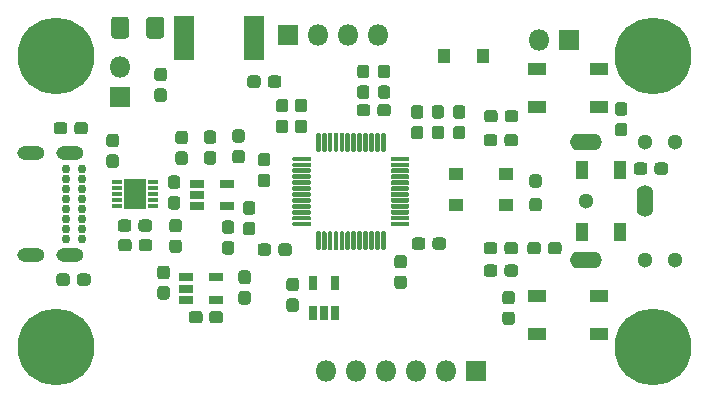
<source format=gts>
G04 #@! TF.GenerationSoftware,KiCad,Pcbnew,(5.1.6-0-10_14)*
G04 #@! TF.CreationDate,2021-10-17T11:27:40-07:00*
G04 #@! TF.ProjectId,TimTime,54696d54-696d-4652-9e6b-696361645f70,rev?*
G04 #@! TF.SameCoordinates,Original*
G04 #@! TF.FileFunction,Soldermask,Top*
G04 #@! TF.FilePolarity,Negative*
%FSLAX46Y46*%
G04 Gerber Fmt 4.6, Leading zero omitted, Abs format (unit mm)*
G04 Created by KiCad (PCBNEW (5.1.6-0-10_14)) date 2021-10-17 11:27:40*
%MOMM*%
%LPD*%
G01*
G04 APERTURE LIST*
%ADD10R,1.800000X3.800000*%
%ADD11O,1.408000X2.716000*%
%ADD12O,2.716000X1.408000*%
%ADD13C,1.300000*%
%ADD14R,1.000000X1.300000*%
%ADD15R,0.900000X0.400000*%
%ADD16R,1.850000X2.580000*%
%ADD17R,1.150000X0.650000*%
%ADD18C,0.750000*%
%ADD19O,2.316000X1.208000*%
%ADD20R,1.800000X1.800000*%
%ADD21O,1.800000X1.800000*%
%ADD22R,1.650000X1.100000*%
%ADD23R,0.690000X1.310000*%
%ADD24R,1.300000X1.100000*%
%ADD25R,1.100000X1.650000*%
%ADD26C,6.500000*%
%ADD27C,0.900000*%
G04 APERTURE END LIST*
D10*
G04 #@! TO.C,S3*
X130937000Y-91440000D03*
X125037000Y-91440000D03*
G04 #@! TD*
D11*
G04 #@! TO.C,J2*
X164084000Y-105203000D03*
D12*
X159084000Y-110203000D03*
X159084000Y-100203000D03*
D13*
X166584000Y-100203000D03*
X164084000Y-100203000D03*
X159084000Y-105203000D03*
X166584000Y-110203000D03*
X164084000Y-110203000D03*
G04 #@! TD*
D14*
G04 #@! TO.C,D2*
X147067000Y-92964000D03*
X150368000Y-92964000D03*
G04 #@! TD*
G04 #@! TO.C,C1*
G36*
G01*
X155075500Y-104108000D02*
X154550500Y-104108000D01*
G75*
G02*
X154288000Y-103845500I0J262500D01*
G01*
X154288000Y-103220500D01*
G75*
G02*
X154550500Y-102958000I262500J0D01*
G01*
X155075500Y-102958000D01*
G75*
G02*
X155338000Y-103220500I0J-262500D01*
G01*
X155338000Y-103845500D01*
G75*
G02*
X155075500Y-104108000I-262500J0D01*
G01*
G37*
G36*
G01*
X155075500Y-106112000D02*
X154550500Y-106112000D01*
G75*
G02*
X154288000Y-105849500I0J262500D01*
G01*
X154288000Y-105224500D01*
G75*
G02*
X154550500Y-104962000I262500J0D01*
G01*
X155075500Y-104962000D01*
G75*
G02*
X155338000Y-105224500I0J-262500D01*
G01*
X155338000Y-105849500D01*
G75*
G02*
X155075500Y-106112000I-262500J0D01*
G01*
G37*
G04 #@! TD*
G04 #@! TO.C,C3*
G36*
G01*
X153328000Y-99813500D02*
X153328000Y-100338500D01*
G75*
G02*
X153065500Y-100601000I-262500J0D01*
G01*
X152440500Y-100601000D01*
G75*
G02*
X152178000Y-100338500I0J262500D01*
G01*
X152178000Y-99813500D01*
G75*
G02*
X152440500Y-99551000I262500J0D01*
G01*
X153065500Y-99551000D01*
G75*
G02*
X153328000Y-99813500I0J-262500D01*
G01*
G37*
G36*
G01*
X151578000Y-99813500D02*
X151578000Y-100338500D01*
G75*
G02*
X151315500Y-100601000I-262500J0D01*
G01*
X150690500Y-100601000D01*
G75*
G02*
X150428000Y-100338500I0J262500D01*
G01*
X150428000Y-99813500D01*
G75*
G02*
X150690500Y-99551000I262500J0D01*
G01*
X151315500Y-99551000D01*
G75*
G02*
X151578000Y-99813500I0J-262500D01*
G01*
G37*
G04 #@! TD*
G04 #@! TO.C,C4*
G36*
G01*
X135212700Y-99480000D02*
X134687700Y-99480000D01*
G75*
G02*
X134425200Y-99217500I0J262500D01*
G01*
X134425200Y-98592500D01*
G75*
G02*
X134687700Y-98330000I262500J0D01*
G01*
X135212700Y-98330000D01*
G75*
G02*
X135475200Y-98592500I0J-262500D01*
G01*
X135475200Y-99217500D01*
G75*
G02*
X135212700Y-99480000I-262500J0D01*
G01*
G37*
G36*
G01*
X135212700Y-97730000D02*
X134687700Y-97730000D01*
G75*
G02*
X134425200Y-97467500I0J262500D01*
G01*
X134425200Y-96842500D01*
G75*
G02*
X134687700Y-96580000I262500J0D01*
G01*
X135212700Y-96580000D01*
G75*
G02*
X135475200Y-96842500I0J-262500D01*
G01*
X135475200Y-97467500D01*
G75*
G02*
X135212700Y-97730000I-262500J0D01*
G01*
G37*
G04 #@! TD*
G04 #@! TO.C,C5*
G36*
G01*
X132429000Y-109084500D02*
X132429000Y-109609500D01*
G75*
G02*
X132166500Y-109872000I-262500J0D01*
G01*
X131541500Y-109872000D01*
G75*
G02*
X131279000Y-109609500I0J262500D01*
G01*
X131279000Y-109084500D01*
G75*
G02*
X131541500Y-108822000I262500J0D01*
G01*
X132166500Y-108822000D01*
G75*
G02*
X132429000Y-109084500I0J-262500D01*
G01*
G37*
G36*
G01*
X134179000Y-109084500D02*
X134179000Y-109609500D01*
G75*
G02*
X133916500Y-109872000I-262500J0D01*
G01*
X133291500Y-109872000D01*
G75*
G02*
X133029000Y-109609500I0J262500D01*
G01*
X133029000Y-109084500D01*
G75*
G02*
X133291500Y-108822000I262500J0D01*
G01*
X133916500Y-108822000D01*
G75*
G02*
X134179000Y-109084500I0J-262500D01*
G01*
G37*
G04 #@! TD*
G04 #@! TO.C,C6*
G36*
G01*
X133612500Y-99480000D02*
X133087500Y-99480000D01*
G75*
G02*
X132825000Y-99217500I0J262500D01*
G01*
X132825000Y-98592500D01*
G75*
G02*
X133087500Y-98330000I262500J0D01*
G01*
X133612500Y-98330000D01*
G75*
G02*
X133875000Y-98592500I0J-262500D01*
G01*
X133875000Y-99217500D01*
G75*
G02*
X133612500Y-99480000I-262500J0D01*
G01*
G37*
G36*
G01*
X133612500Y-97730000D02*
X133087500Y-97730000D01*
G75*
G02*
X132825000Y-97467500I0J262500D01*
G01*
X132825000Y-96842500D01*
G75*
G02*
X133087500Y-96580000I262500J0D01*
G01*
X133612500Y-96580000D01*
G75*
G02*
X133875000Y-96842500I0J-262500D01*
G01*
X133875000Y-97467500D01*
G75*
G02*
X133612500Y-97730000I-262500J0D01*
G01*
G37*
G04 #@! TD*
G04 #@! TO.C,C7*
G36*
G01*
X143120500Y-111538000D02*
X143645500Y-111538000D01*
G75*
G02*
X143908000Y-111800500I0J-262500D01*
G01*
X143908000Y-112425500D01*
G75*
G02*
X143645500Y-112688000I-262500J0D01*
G01*
X143120500Y-112688000D01*
G75*
G02*
X142858000Y-112425500I0J262500D01*
G01*
X142858000Y-111800500D01*
G75*
G02*
X143120500Y-111538000I262500J0D01*
G01*
G37*
G36*
G01*
X143120500Y-109788000D02*
X143645500Y-109788000D01*
G75*
G02*
X143908000Y-110050500I0J-262500D01*
G01*
X143908000Y-110675500D01*
G75*
G02*
X143645500Y-110938000I-262500J0D01*
G01*
X143120500Y-110938000D01*
G75*
G02*
X142858000Y-110675500I0J262500D01*
G01*
X142858000Y-110050500D01*
G75*
G02*
X143120500Y-109788000I262500J0D01*
G01*
G37*
G04 #@! TD*
G04 #@! TO.C,C8*
G36*
G01*
X144332000Y-109101500D02*
X144332000Y-108576500D01*
G75*
G02*
X144594500Y-108314000I262500J0D01*
G01*
X145219500Y-108314000D01*
G75*
G02*
X145482000Y-108576500I0J-262500D01*
G01*
X145482000Y-109101500D01*
G75*
G02*
X145219500Y-109364000I-262500J0D01*
G01*
X144594500Y-109364000D01*
G75*
G02*
X144332000Y-109101500I0J262500D01*
G01*
G37*
G36*
G01*
X146082000Y-109101500D02*
X146082000Y-108576500D01*
G75*
G02*
X146344500Y-108314000I262500J0D01*
G01*
X146969500Y-108314000D01*
G75*
G02*
X147232000Y-108576500I0J-262500D01*
G01*
X147232000Y-109101500D01*
G75*
G02*
X146969500Y-109364000I-262500J0D01*
G01*
X146344500Y-109364000D01*
G75*
G02*
X146082000Y-109101500I0J262500D01*
G01*
G37*
G04 #@! TD*
G04 #@! TO.C,C9*
G36*
G01*
X146806500Y-98252000D02*
X146281500Y-98252000D01*
G75*
G02*
X146019000Y-97989500I0J262500D01*
G01*
X146019000Y-97364500D01*
G75*
G02*
X146281500Y-97102000I262500J0D01*
G01*
X146806500Y-97102000D01*
G75*
G02*
X147069000Y-97364500I0J-262500D01*
G01*
X147069000Y-97989500D01*
G75*
G02*
X146806500Y-98252000I-262500J0D01*
G01*
G37*
G36*
G01*
X146806500Y-100002000D02*
X146281500Y-100002000D01*
G75*
G02*
X146019000Y-99739500I0J262500D01*
G01*
X146019000Y-99114500D01*
G75*
G02*
X146281500Y-98852000I262500J0D01*
G01*
X146806500Y-98852000D01*
G75*
G02*
X147069000Y-99114500I0J-262500D01*
G01*
X147069000Y-99739500D01*
G75*
G02*
X146806500Y-100002000I-262500J0D01*
G01*
G37*
G04 #@! TD*
G04 #@! TO.C,C10*
G36*
G01*
X145042500Y-100016000D02*
X144517500Y-100016000D01*
G75*
G02*
X144255000Y-99753500I0J262500D01*
G01*
X144255000Y-99128500D01*
G75*
G02*
X144517500Y-98866000I262500J0D01*
G01*
X145042500Y-98866000D01*
G75*
G02*
X145305000Y-99128500I0J-262500D01*
G01*
X145305000Y-99753500D01*
G75*
G02*
X145042500Y-100016000I-262500J0D01*
G01*
G37*
G36*
G01*
X145042500Y-98266000D02*
X144517500Y-98266000D01*
G75*
G02*
X144255000Y-98003500I0J262500D01*
G01*
X144255000Y-97378500D01*
G75*
G02*
X144517500Y-97116000I262500J0D01*
G01*
X145042500Y-97116000D01*
G75*
G02*
X145305000Y-97378500I0J-262500D01*
G01*
X145305000Y-98003500D01*
G75*
G02*
X145042500Y-98266000I-262500J0D01*
G01*
G37*
G04 #@! TD*
G04 #@! TO.C,C11*
G36*
G01*
X133976500Y-113471000D02*
X134501500Y-113471000D01*
G75*
G02*
X134764000Y-113733500I0J-262500D01*
G01*
X134764000Y-114358500D01*
G75*
G02*
X134501500Y-114621000I-262500J0D01*
G01*
X133976500Y-114621000D01*
G75*
G02*
X133714000Y-114358500I0J262500D01*
G01*
X133714000Y-113733500D01*
G75*
G02*
X133976500Y-113471000I262500J0D01*
G01*
G37*
G36*
G01*
X133976500Y-111721000D02*
X134501500Y-111721000D01*
G75*
G02*
X134764000Y-111983500I0J-262500D01*
G01*
X134764000Y-112608500D01*
G75*
G02*
X134501500Y-112871000I-262500J0D01*
G01*
X133976500Y-112871000D01*
G75*
G02*
X133714000Y-112608500I0J262500D01*
G01*
X133714000Y-111983500D01*
G75*
G02*
X133976500Y-111721000I262500J0D01*
G01*
G37*
G04 #@! TD*
G04 #@! TO.C,C12*
G36*
G01*
X125103500Y-100425000D02*
X124578500Y-100425000D01*
G75*
G02*
X124316000Y-100162500I0J262500D01*
G01*
X124316000Y-99537500D01*
G75*
G02*
X124578500Y-99275000I262500J0D01*
G01*
X125103500Y-99275000D01*
G75*
G02*
X125366000Y-99537500I0J-262500D01*
G01*
X125366000Y-100162500D01*
G75*
G02*
X125103500Y-100425000I-262500J0D01*
G01*
G37*
G36*
G01*
X125103500Y-102175000D02*
X124578500Y-102175000D01*
G75*
G02*
X124316000Y-101912500I0J262500D01*
G01*
X124316000Y-101287500D01*
G75*
G02*
X124578500Y-101025000I262500J0D01*
G01*
X125103500Y-101025000D01*
G75*
G02*
X125366000Y-101287500I0J-262500D01*
G01*
X125366000Y-101912500D01*
G75*
G02*
X125103500Y-102175000I-262500J0D01*
G01*
G37*
G04 #@! TD*
G04 #@! TO.C,C13*
G36*
G01*
X119261500Y-102429000D02*
X118736500Y-102429000D01*
G75*
G02*
X118474000Y-102166500I0J262500D01*
G01*
X118474000Y-101541500D01*
G75*
G02*
X118736500Y-101279000I262500J0D01*
G01*
X119261500Y-101279000D01*
G75*
G02*
X119524000Y-101541500I0J-262500D01*
G01*
X119524000Y-102166500D01*
G75*
G02*
X119261500Y-102429000I-262500J0D01*
G01*
G37*
G36*
G01*
X119261500Y-100679000D02*
X118736500Y-100679000D01*
G75*
G02*
X118474000Y-100416500I0J262500D01*
G01*
X118474000Y-99791500D01*
G75*
G02*
X118736500Y-99529000I262500J0D01*
G01*
X119261500Y-99529000D01*
G75*
G02*
X119524000Y-99791500I0J-262500D01*
G01*
X119524000Y-100416500D01*
G75*
G02*
X119261500Y-100679000I-262500J0D01*
G01*
G37*
G04 #@! TD*
G04 #@! TO.C,C14*
G36*
G01*
X129040500Y-108017000D02*
X128515500Y-108017000D01*
G75*
G02*
X128253000Y-107754500I0J262500D01*
G01*
X128253000Y-107129500D01*
G75*
G02*
X128515500Y-106867000I262500J0D01*
G01*
X129040500Y-106867000D01*
G75*
G02*
X129303000Y-107129500I0J-262500D01*
G01*
X129303000Y-107754500D01*
G75*
G02*
X129040500Y-108017000I-262500J0D01*
G01*
G37*
G36*
G01*
X129040500Y-109767000D02*
X128515500Y-109767000D01*
G75*
G02*
X128253000Y-109504500I0J262500D01*
G01*
X128253000Y-108879500D01*
G75*
G02*
X128515500Y-108617000I262500J0D01*
G01*
X129040500Y-108617000D01*
G75*
G02*
X129303000Y-108879500I0J-262500D01*
G01*
X129303000Y-109504500D01*
G75*
G02*
X129040500Y-109767000I-262500J0D01*
G01*
G37*
G04 #@! TD*
G04 #@! TO.C,C15*
G36*
G01*
X129929500Y-102048000D02*
X129404500Y-102048000D01*
G75*
G02*
X129142000Y-101785500I0J262500D01*
G01*
X129142000Y-101160500D01*
G75*
G02*
X129404500Y-100898000I262500J0D01*
G01*
X129929500Y-100898000D01*
G75*
G02*
X130192000Y-101160500I0J-262500D01*
G01*
X130192000Y-101785500D01*
G75*
G02*
X129929500Y-102048000I-262500J0D01*
G01*
G37*
G36*
G01*
X129929500Y-100298000D02*
X129404500Y-100298000D01*
G75*
G02*
X129142000Y-100035500I0J262500D01*
G01*
X129142000Y-99410500D01*
G75*
G02*
X129404500Y-99148000I262500J0D01*
G01*
X129929500Y-99148000D01*
G75*
G02*
X130192000Y-99410500I0J-262500D01*
G01*
X130192000Y-100035500D01*
G75*
G02*
X129929500Y-100298000I-262500J0D01*
G01*
G37*
G04 #@! TD*
G04 #@! TO.C,C16*
G36*
G01*
X127516500Y-100397000D02*
X126991500Y-100397000D01*
G75*
G02*
X126729000Y-100134500I0J262500D01*
G01*
X126729000Y-99509500D01*
G75*
G02*
X126991500Y-99247000I262500J0D01*
G01*
X127516500Y-99247000D01*
G75*
G02*
X127779000Y-99509500I0J-262500D01*
G01*
X127779000Y-100134500D01*
G75*
G02*
X127516500Y-100397000I-262500J0D01*
G01*
G37*
G36*
G01*
X127516500Y-102147000D02*
X126991500Y-102147000D01*
G75*
G02*
X126729000Y-101884500I0J262500D01*
G01*
X126729000Y-101259500D01*
G75*
G02*
X126991500Y-100997000I262500J0D01*
G01*
X127516500Y-100997000D01*
G75*
G02*
X127779000Y-101259500I0J-262500D01*
G01*
X127779000Y-101884500D01*
G75*
G02*
X127516500Y-102147000I-262500J0D01*
G01*
G37*
G04 #@! TD*
G04 #@! TO.C,D1*
G36*
G01*
X118871500Y-91208456D02*
X118871500Y-89893544D01*
G75*
G02*
X119139044Y-89626000I267544J0D01*
G01*
X120128956Y-89626000D01*
G75*
G02*
X120396500Y-89893544I0J-267544D01*
G01*
X120396500Y-91208456D01*
G75*
G02*
X120128956Y-91476000I-267544J0D01*
G01*
X119139044Y-91476000D01*
G75*
G02*
X118871500Y-91208456I0J267544D01*
G01*
G37*
G36*
G01*
X121846500Y-91208456D02*
X121846500Y-89893544D01*
G75*
G02*
X122114044Y-89626000I267544J0D01*
G01*
X123103956Y-89626000D01*
G75*
G02*
X123371500Y-89893544I0J-267544D01*
G01*
X123371500Y-91208456D01*
G75*
G02*
X123103956Y-91476000I-267544J0D01*
G01*
X122114044Y-91476000D01*
G75*
G02*
X121846500Y-91208456I0J267544D01*
G01*
G37*
G04 #@! TD*
D15*
G04 #@! TO.C,IC1*
X119404000Y-103648000D03*
X119404000Y-104148000D03*
X119404000Y-104648000D03*
X119404000Y-105148000D03*
X119404000Y-105648000D03*
X122404000Y-105648000D03*
X122404000Y-105148000D03*
X122404000Y-104648000D03*
X122404000Y-104148000D03*
X122404000Y-103648000D03*
D16*
X120904000Y-104648000D03*
G04 #@! TD*
D17*
G04 #@! TO.C,IC2*
X126111000Y-103759000D03*
X126111000Y-104709000D03*
X126111000Y-105659000D03*
X128711000Y-105659000D03*
X128711000Y-103759000D03*
G04 #@! TD*
D18*
G04 #@! TO.C,J1*
X116412000Y-108458000D03*
X116412000Y-107608000D03*
X116412000Y-106758000D03*
X116412000Y-105908000D03*
X116412000Y-105058000D03*
X116412000Y-104208000D03*
X116412000Y-103358000D03*
X116412000Y-102508000D03*
X115062000Y-102508000D03*
X115062000Y-103358000D03*
X115062000Y-104208000D03*
X115062000Y-105058000D03*
X115062000Y-105908000D03*
X115062000Y-106758000D03*
X115062000Y-107608000D03*
X115062000Y-108458000D03*
D19*
X115432000Y-109808000D03*
X115432000Y-101158000D03*
X112052000Y-101158000D03*
X112052000Y-109808000D03*
G04 #@! TD*
D20*
G04 #@! TO.C,J3*
X133858000Y-91186000D03*
D21*
X136398000Y-91186000D03*
X138938000Y-91186000D03*
X141478000Y-91186000D03*
G04 #@! TD*
D20*
G04 #@! TO.C,J4*
X149733000Y-119634000D03*
D21*
X147193000Y-119634000D03*
X144653000Y-119634000D03*
X142113000Y-119634000D03*
X139573000Y-119634000D03*
X137033000Y-119634000D03*
G04 #@! TD*
D20*
G04 #@! TO.C,J5*
X119634000Y-96393000D03*
D21*
X119634000Y-93853000D03*
G04 #@! TD*
G04 #@! TO.C,J6*
X155067000Y-91567000D03*
D20*
X157607000Y-91567000D03*
G04 #@! TD*
G04 #@! TO.C,L1*
G36*
G01*
X148598500Y-100016000D02*
X148073500Y-100016000D01*
G75*
G02*
X147811000Y-99753500I0J262500D01*
G01*
X147811000Y-99128500D01*
G75*
G02*
X148073500Y-98866000I262500J0D01*
G01*
X148598500Y-98866000D01*
G75*
G02*
X148861000Y-99128500I0J-262500D01*
G01*
X148861000Y-99753500D01*
G75*
G02*
X148598500Y-100016000I-262500J0D01*
G01*
G37*
G36*
G01*
X148598500Y-98266000D02*
X148073500Y-98266000D01*
G75*
G02*
X147811000Y-98003500I0J262500D01*
G01*
X147811000Y-97378500D01*
G75*
G02*
X148073500Y-97116000I262500J0D01*
G01*
X148598500Y-97116000D01*
G75*
G02*
X148861000Y-97378500I0J-262500D01*
G01*
X148861000Y-98003500D01*
G75*
G02*
X148598500Y-98266000I-262500J0D01*
G01*
G37*
G04 #@! TD*
G04 #@! TO.C,R1*
G36*
G01*
X139959500Y-93687000D02*
X140484500Y-93687000D01*
G75*
G02*
X140747000Y-93949500I0J-262500D01*
G01*
X140747000Y-94574500D01*
G75*
G02*
X140484500Y-94837000I-262500J0D01*
G01*
X139959500Y-94837000D01*
G75*
G02*
X139697000Y-94574500I0J262500D01*
G01*
X139697000Y-93949500D01*
G75*
G02*
X139959500Y-93687000I262500J0D01*
G01*
G37*
G36*
G01*
X139959500Y-95437000D02*
X140484500Y-95437000D01*
G75*
G02*
X140747000Y-95699500I0J-262500D01*
G01*
X140747000Y-96324500D01*
G75*
G02*
X140484500Y-96587000I-262500J0D01*
G01*
X139959500Y-96587000D01*
G75*
G02*
X139697000Y-96324500I0J262500D01*
G01*
X139697000Y-95699500D01*
G75*
G02*
X139959500Y-95437000I262500J0D01*
G01*
G37*
G04 #@! TD*
G04 #@! TO.C,R2*
G36*
G01*
X141411000Y-97798500D02*
X141411000Y-97273500D01*
G75*
G02*
X141673500Y-97011000I262500J0D01*
G01*
X142298500Y-97011000D01*
G75*
G02*
X142561000Y-97273500I0J-262500D01*
G01*
X142561000Y-97798500D01*
G75*
G02*
X142298500Y-98061000I-262500J0D01*
G01*
X141673500Y-98061000D01*
G75*
G02*
X141411000Y-97798500I0J262500D01*
G01*
G37*
G36*
G01*
X139661000Y-97798500D02*
X139661000Y-97273500D01*
G75*
G02*
X139923500Y-97011000I262500J0D01*
G01*
X140548500Y-97011000D01*
G75*
G02*
X140811000Y-97273500I0J-262500D01*
G01*
X140811000Y-97798500D01*
G75*
G02*
X140548500Y-98061000I-262500J0D01*
G01*
X139923500Y-98061000D01*
G75*
G02*
X139661000Y-97798500I0J262500D01*
G01*
G37*
G04 #@! TD*
G04 #@! TO.C,R3*
G36*
G01*
X142248500Y-94837000D02*
X141723500Y-94837000D01*
G75*
G02*
X141461000Y-94574500I0J262500D01*
G01*
X141461000Y-93949500D01*
G75*
G02*
X141723500Y-93687000I262500J0D01*
G01*
X142248500Y-93687000D01*
G75*
G02*
X142511000Y-93949500I0J-262500D01*
G01*
X142511000Y-94574500D01*
G75*
G02*
X142248500Y-94837000I-262500J0D01*
G01*
G37*
G36*
G01*
X142248500Y-96587000D02*
X141723500Y-96587000D01*
G75*
G02*
X141461000Y-96324500I0J262500D01*
G01*
X141461000Y-95699500D01*
G75*
G02*
X141723500Y-95437000I262500J0D01*
G01*
X142248500Y-95437000D01*
G75*
G02*
X142511000Y-95699500I0J-262500D01*
G01*
X142511000Y-96324500D01*
G75*
G02*
X142248500Y-96587000I-262500J0D01*
G01*
G37*
G04 #@! TD*
G04 #@! TO.C,R5*
G36*
G01*
X117133000Y-111624500D02*
X117133000Y-112149500D01*
G75*
G02*
X116870500Y-112412000I-262500J0D01*
G01*
X116245500Y-112412000D01*
G75*
G02*
X115983000Y-112149500I0J262500D01*
G01*
X115983000Y-111624500D01*
G75*
G02*
X116245500Y-111362000I262500J0D01*
G01*
X116870500Y-111362000D01*
G75*
G02*
X117133000Y-111624500I0J-262500D01*
G01*
G37*
G36*
G01*
X115383000Y-111624500D02*
X115383000Y-112149500D01*
G75*
G02*
X115120500Y-112412000I-262500J0D01*
G01*
X114495500Y-112412000D01*
G75*
G02*
X114233000Y-112149500I0J262500D01*
G01*
X114233000Y-111624500D01*
G75*
G02*
X114495500Y-111362000I262500J0D01*
G01*
X115120500Y-111362000D01*
G75*
G02*
X115383000Y-111624500I0J-262500D01*
G01*
G37*
G04 #@! TD*
G04 #@! TO.C,R6*
G36*
G01*
X115757000Y-99322500D02*
X115757000Y-98797500D01*
G75*
G02*
X116019500Y-98535000I262500J0D01*
G01*
X116644500Y-98535000D01*
G75*
G02*
X116907000Y-98797500I0J-262500D01*
G01*
X116907000Y-99322500D01*
G75*
G02*
X116644500Y-99585000I-262500J0D01*
G01*
X116019500Y-99585000D01*
G75*
G02*
X115757000Y-99322500I0J262500D01*
G01*
G37*
G36*
G01*
X114007000Y-99322500D02*
X114007000Y-98797500D01*
G75*
G02*
X114269500Y-98535000I262500J0D01*
G01*
X114894500Y-98535000D01*
G75*
G02*
X115157000Y-98797500I0J-262500D01*
G01*
X115157000Y-99322500D01*
G75*
G02*
X114894500Y-99585000I-262500J0D01*
G01*
X114269500Y-99585000D01*
G75*
G02*
X114007000Y-99322500I0J262500D01*
G01*
G37*
G04 #@! TD*
G04 #@! TO.C,R7*
G36*
G01*
X153356000Y-97781500D02*
X153356000Y-98306500D01*
G75*
G02*
X153093500Y-98569000I-262500J0D01*
G01*
X152468500Y-98569000D01*
G75*
G02*
X152206000Y-98306500I0J262500D01*
G01*
X152206000Y-97781500D01*
G75*
G02*
X152468500Y-97519000I262500J0D01*
G01*
X153093500Y-97519000D01*
G75*
G02*
X153356000Y-97781500I0J-262500D01*
G01*
G37*
G36*
G01*
X151606000Y-97781500D02*
X151606000Y-98306500D01*
G75*
G02*
X151343500Y-98569000I-262500J0D01*
G01*
X150718500Y-98569000D01*
G75*
G02*
X150456000Y-98306500I0J262500D01*
G01*
X150456000Y-97781500D01*
G75*
G02*
X150718500Y-97519000I262500J0D01*
G01*
X151343500Y-97519000D01*
G75*
G02*
X151606000Y-97781500I0J-262500D01*
G01*
G37*
G04 #@! TD*
G04 #@! TO.C,R8*
G36*
G01*
X122800500Y-93941000D02*
X123325500Y-93941000D01*
G75*
G02*
X123588000Y-94203500I0J-262500D01*
G01*
X123588000Y-94828500D01*
G75*
G02*
X123325500Y-95091000I-262500J0D01*
G01*
X122800500Y-95091000D01*
G75*
G02*
X122538000Y-94828500I0J262500D01*
G01*
X122538000Y-94203500D01*
G75*
G02*
X122800500Y-93941000I262500J0D01*
G01*
G37*
G36*
G01*
X122800500Y-95691000D02*
X123325500Y-95691000D01*
G75*
G02*
X123588000Y-95953500I0J-262500D01*
G01*
X123588000Y-96578500D01*
G75*
G02*
X123325500Y-96841000I-262500J0D01*
G01*
X122800500Y-96841000D01*
G75*
G02*
X122538000Y-96578500I0J262500D01*
G01*
X122538000Y-95953500D01*
G75*
G02*
X122800500Y-95691000I262500J0D01*
G01*
G37*
G04 #@! TD*
G04 #@! TO.C,R9*
G36*
G01*
X154111000Y-109482500D02*
X154111000Y-108957500D01*
G75*
G02*
X154373500Y-108695000I262500J0D01*
G01*
X154998500Y-108695000D01*
G75*
G02*
X155261000Y-108957500I0J-262500D01*
G01*
X155261000Y-109482500D01*
G75*
G02*
X154998500Y-109745000I-262500J0D01*
G01*
X154373500Y-109745000D01*
G75*
G02*
X154111000Y-109482500I0J262500D01*
G01*
G37*
G36*
G01*
X155861000Y-109482500D02*
X155861000Y-108957500D01*
G75*
G02*
X156123500Y-108695000I262500J0D01*
G01*
X156748500Y-108695000D01*
G75*
G02*
X157011000Y-108957500I0J-262500D01*
G01*
X157011000Y-109482500D01*
G75*
G02*
X156748500Y-109745000I-262500J0D01*
G01*
X156123500Y-109745000D01*
G75*
G02*
X155861000Y-109482500I0J262500D01*
G01*
G37*
G04 #@! TD*
G04 #@! TO.C,R10*
G36*
G01*
X151578000Y-108957500D02*
X151578000Y-109482500D01*
G75*
G02*
X151315500Y-109745000I-262500J0D01*
G01*
X150690500Y-109745000D01*
G75*
G02*
X150428000Y-109482500I0J262500D01*
G01*
X150428000Y-108957500D01*
G75*
G02*
X150690500Y-108695000I262500J0D01*
G01*
X151315500Y-108695000D01*
G75*
G02*
X151578000Y-108957500I0J-262500D01*
G01*
G37*
G36*
G01*
X153328000Y-108957500D02*
X153328000Y-109482500D01*
G75*
G02*
X153065500Y-109745000I-262500J0D01*
G01*
X152440500Y-109745000D01*
G75*
G02*
X152178000Y-109482500I0J262500D01*
G01*
X152178000Y-108957500D01*
G75*
G02*
X152440500Y-108695000I262500J0D01*
G01*
X153065500Y-108695000D01*
G75*
G02*
X153328000Y-108957500I0J-262500D01*
G01*
G37*
G04 #@! TD*
G04 #@! TO.C,R11*
G36*
G01*
X150428000Y-111387500D02*
X150428000Y-110862500D01*
G75*
G02*
X150690500Y-110600000I262500J0D01*
G01*
X151315500Y-110600000D01*
G75*
G02*
X151578000Y-110862500I0J-262500D01*
G01*
X151578000Y-111387500D01*
G75*
G02*
X151315500Y-111650000I-262500J0D01*
G01*
X150690500Y-111650000D01*
G75*
G02*
X150428000Y-111387500I0J262500D01*
G01*
G37*
G36*
G01*
X152178000Y-111387500D02*
X152178000Y-110862500D01*
G75*
G02*
X152440500Y-110600000I262500J0D01*
G01*
X153065500Y-110600000D01*
G75*
G02*
X153328000Y-110862500I0J-262500D01*
G01*
X153328000Y-111387500D01*
G75*
G02*
X153065500Y-111650000I-262500J0D01*
G01*
X152440500Y-111650000D01*
G75*
G02*
X152178000Y-111387500I0J262500D01*
G01*
G37*
G04 #@! TD*
G04 #@! TO.C,R12*
G36*
G01*
X130818500Y-106394000D02*
X130293500Y-106394000D01*
G75*
G02*
X130031000Y-106131500I0J262500D01*
G01*
X130031000Y-105506500D01*
G75*
G02*
X130293500Y-105244000I262500J0D01*
G01*
X130818500Y-105244000D01*
G75*
G02*
X131081000Y-105506500I0J-262500D01*
G01*
X131081000Y-106131500D01*
G75*
G02*
X130818500Y-106394000I-262500J0D01*
G01*
G37*
G36*
G01*
X130818500Y-108144000D02*
X130293500Y-108144000D01*
G75*
G02*
X130031000Y-107881500I0J262500D01*
G01*
X130031000Y-107256500D01*
G75*
G02*
X130293500Y-106994000I262500J0D01*
G01*
X130818500Y-106994000D01*
G75*
G02*
X131081000Y-107256500I0J-262500D01*
G01*
X131081000Y-107881500D01*
G75*
G02*
X130818500Y-108144000I-262500J0D01*
G01*
G37*
G04 #@! TD*
G04 #@! TO.C,R13*
G36*
G01*
X131563500Y-101152000D02*
X132088500Y-101152000D01*
G75*
G02*
X132351000Y-101414500I0J-262500D01*
G01*
X132351000Y-102039500D01*
G75*
G02*
X132088500Y-102302000I-262500J0D01*
G01*
X131563500Y-102302000D01*
G75*
G02*
X131301000Y-102039500I0J262500D01*
G01*
X131301000Y-101414500D01*
G75*
G02*
X131563500Y-101152000I262500J0D01*
G01*
G37*
G36*
G01*
X131563500Y-102902000D02*
X132088500Y-102902000D01*
G75*
G02*
X132351000Y-103164500I0J-262500D01*
G01*
X132351000Y-103789500D01*
G75*
G02*
X132088500Y-104052000I-262500J0D01*
G01*
X131563500Y-104052000D01*
G75*
G02*
X131301000Y-103789500I0J262500D01*
G01*
X131301000Y-103164500D01*
G75*
G02*
X131563500Y-102902000I262500J0D01*
G01*
G37*
G04 #@! TD*
G04 #@! TO.C,R14*
G36*
G01*
X161789500Y-96862000D02*
X162314500Y-96862000D01*
G75*
G02*
X162577000Y-97124500I0J-262500D01*
G01*
X162577000Y-97749500D01*
G75*
G02*
X162314500Y-98012000I-262500J0D01*
G01*
X161789500Y-98012000D01*
G75*
G02*
X161527000Y-97749500I0J262500D01*
G01*
X161527000Y-97124500D01*
G75*
G02*
X161789500Y-96862000I262500J0D01*
G01*
G37*
G36*
G01*
X161789500Y-98612000D02*
X162314500Y-98612000D01*
G75*
G02*
X162577000Y-98874500I0J-262500D01*
G01*
X162577000Y-99499500D01*
G75*
G02*
X162314500Y-99762000I-262500J0D01*
G01*
X161789500Y-99762000D01*
G75*
G02*
X161527000Y-99499500I0J262500D01*
G01*
X161527000Y-98874500D01*
G75*
G02*
X161789500Y-98612000I262500J0D01*
G01*
G37*
G04 #@! TD*
G04 #@! TO.C,R15*
G36*
G01*
X152264500Y-114586000D02*
X152789500Y-114586000D01*
G75*
G02*
X153052000Y-114848500I0J-262500D01*
G01*
X153052000Y-115473500D01*
G75*
G02*
X152789500Y-115736000I-262500J0D01*
G01*
X152264500Y-115736000D01*
G75*
G02*
X152002000Y-115473500I0J262500D01*
G01*
X152002000Y-114848500D01*
G75*
G02*
X152264500Y-114586000I262500J0D01*
G01*
G37*
G36*
G01*
X152264500Y-112836000D02*
X152789500Y-112836000D01*
G75*
G02*
X153052000Y-113098500I0J-262500D01*
G01*
X153052000Y-113723500D01*
G75*
G02*
X152789500Y-113986000I-262500J0D01*
G01*
X152264500Y-113986000D01*
G75*
G02*
X152002000Y-113723500I0J262500D01*
G01*
X152002000Y-113098500D01*
G75*
G02*
X152264500Y-112836000I262500J0D01*
G01*
G37*
G04 #@! TD*
G04 #@! TO.C,R16*
G36*
G01*
X122340000Y-107052500D02*
X122340000Y-107577500D01*
G75*
G02*
X122077500Y-107840000I-262500J0D01*
G01*
X121452500Y-107840000D01*
G75*
G02*
X121190000Y-107577500I0J262500D01*
G01*
X121190000Y-107052500D01*
G75*
G02*
X121452500Y-106790000I262500J0D01*
G01*
X122077500Y-106790000D01*
G75*
G02*
X122340000Y-107052500I0J-262500D01*
G01*
G37*
G36*
G01*
X120590000Y-107052500D02*
X120590000Y-107577500D01*
G75*
G02*
X120327500Y-107840000I-262500J0D01*
G01*
X119702500Y-107840000D01*
G75*
G02*
X119440000Y-107577500I0J262500D01*
G01*
X119440000Y-107052500D01*
G75*
G02*
X119702500Y-106790000I262500J0D01*
G01*
X120327500Y-106790000D01*
G75*
G02*
X120590000Y-107052500I0J-262500D01*
G01*
G37*
G04 #@! TD*
G04 #@! TO.C,R17*
G36*
G01*
X123943500Y-104807000D02*
X124468500Y-104807000D01*
G75*
G02*
X124731000Y-105069500I0J-262500D01*
G01*
X124731000Y-105694500D01*
G75*
G02*
X124468500Y-105957000I-262500J0D01*
G01*
X123943500Y-105957000D01*
G75*
G02*
X123681000Y-105694500I0J262500D01*
G01*
X123681000Y-105069500D01*
G75*
G02*
X123943500Y-104807000I262500J0D01*
G01*
G37*
G36*
G01*
X123943500Y-103057000D02*
X124468500Y-103057000D01*
G75*
G02*
X124731000Y-103319500I0J-262500D01*
G01*
X124731000Y-103944500D01*
G75*
G02*
X124468500Y-104207000I-262500J0D01*
G01*
X123943500Y-104207000D01*
G75*
G02*
X123681000Y-103944500I0J262500D01*
G01*
X123681000Y-103319500D01*
G75*
G02*
X123943500Y-103057000I262500J0D01*
G01*
G37*
G04 #@! TD*
G04 #@! TO.C,R18*
G36*
G01*
X124070500Y-108490000D02*
X124595500Y-108490000D01*
G75*
G02*
X124858000Y-108752500I0J-262500D01*
G01*
X124858000Y-109377500D01*
G75*
G02*
X124595500Y-109640000I-262500J0D01*
G01*
X124070500Y-109640000D01*
G75*
G02*
X123808000Y-109377500I0J262500D01*
G01*
X123808000Y-108752500D01*
G75*
G02*
X124070500Y-108490000I262500J0D01*
G01*
G37*
G36*
G01*
X124070500Y-106740000D02*
X124595500Y-106740000D01*
G75*
G02*
X124858000Y-107002500I0J-262500D01*
G01*
X124858000Y-107627500D01*
G75*
G02*
X124595500Y-107890000I-262500J0D01*
G01*
X124070500Y-107890000D01*
G75*
G02*
X123808000Y-107627500I0J262500D01*
G01*
X123808000Y-107002500D01*
G75*
G02*
X124070500Y-106740000I262500J0D01*
G01*
G37*
G04 #@! TD*
G04 #@! TO.C,R19*
G36*
G01*
X133290000Y-94860500D02*
X133290000Y-95385500D01*
G75*
G02*
X133027500Y-95648000I-262500J0D01*
G01*
X132402500Y-95648000D01*
G75*
G02*
X132140000Y-95385500I0J262500D01*
G01*
X132140000Y-94860500D01*
G75*
G02*
X132402500Y-94598000I262500J0D01*
G01*
X133027500Y-94598000D01*
G75*
G02*
X133290000Y-94860500I0J-262500D01*
G01*
G37*
G36*
G01*
X131540000Y-94860500D02*
X131540000Y-95385500D01*
G75*
G02*
X131277500Y-95648000I-262500J0D01*
G01*
X130652500Y-95648000D01*
G75*
G02*
X130390000Y-95385500I0J262500D01*
G01*
X130390000Y-94860500D01*
G75*
G02*
X130652500Y-94598000I262500J0D01*
G01*
X131277500Y-94598000D01*
G75*
G02*
X131540000Y-94860500I0J-262500D01*
G01*
G37*
G04 #@! TD*
D22*
G04 #@! TO.C,S1*
X160147000Y-97282000D03*
X154897000Y-97282000D03*
X160147000Y-94082000D03*
X154897000Y-94082000D03*
G04 #@! TD*
G04 #@! TO.C,S2*
X160147000Y-116484000D03*
X154897000Y-116484000D03*
X160147000Y-113284000D03*
X154897000Y-113284000D03*
G04 #@! TD*
G04 #@! TO.C,U1*
G36*
G01*
X144113500Y-107072500D02*
X144113500Y-107272500D01*
G75*
G02*
X144013500Y-107372500I-100000J0D01*
G01*
X142638500Y-107372500D01*
G75*
G02*
X142538500Y-107272500I0J100000D01*
G01*
X142538500Y-107072500D01*
G75*
G02*
X142638500Y-106972500I100000J0D01*
G01*
X144013500Y-106972500D01*
G75*
G02*
X144113500Y-107072500I0J-100000D01*
G01*
G37*
G36*
G01*
X144113500Y-106572500D02*
X144113500Y-106772500D01*
G75*
G02*
X144013500Y-106872500I-100000J0D01*
G01*
X142638500Y-106872500D01*
G75*
G02*
X142538500Y-106772500I0J100000D01*
G01*
X142538500Y-106572500D01*
G75*
G02*
X142638500Y-106472500I100000J0D01*
G01*
X144013500Y-106472500D01*
G75*
G02*
X144113500Y-106572500I0J-100000D01*
G01*
G37*
G36*
G01*
X144113500Y-106072500D02*
X144113500Y-106272500D01*
G75*
G02*
X144013500Y-106372500I-100000J0D01*
G01*
X142638500Y-106372500D01*
G75*
G02*
X142538500Y-106272500I0J100000D01*
G01*
X142538500Y-106072500D01*
G75*
G02*
X142638500Y-105972500I100000J0D01*
G01*
X144013500Y-105972500D01*
G75*
G02*
X144113500Y-106072500I0J-100000D01*
G01*
G37*
G36*
G01*
X144113500Y-105572500D02*
X144113500Y-105772500D01*
G75*
G02*
X144013500Y-105872500I-100000J0D01*
G01*
X142638500Y-105872500D01*
G75*
G02*
X142538500Y-105772500I0J100000D01*
G01*
X142538500Y-105572500D01*
G75*
G02*
X142638500Y-105472500I100000J0D01*
G01*
X144013500Y-105472500D01*
G75*
G02*
X144113500Y-105572500I0J-100000D01*
G01*
G37*
G36*
G01*
X144113500Y-105072500D02*
X144113500Y-105272500D01*
G75*
G02*
X144013500Y-105372500I-100000J0D01*
G01*
X142638500Y-105372500D01*
G75*
G02*
X142538500Y-105272500I0J100000D01*
G01*
X142538500Y-105072500D01*
G75*
G02*
X142638500Y-104972500I100000J0D01*
G01*
X144013500Y-104972500D01*
G75*
G02*
X144113500Y-105072500I0J-100000D01*
G01*
G37*
G36*
G01*
X144113500Y-104572500D02*
X144113500Y-104772500D01*
G75*
G02*
X144013500Y-104872500I-100000J0D01*
G01*
X142638500Y-104872500D01*
G75*
G02*
X142538500Y-104772500I0J100000D01*
G01*
X142538500Y-104572500D01*
G75*
G02*
X142638500Y-104472500I100000J0D01*
G01*
X144013500Y-104472500D01*
G75*
G02*
X144113500Y-104572500I0J-100000D01*
G01*
G37*
G36*
G01*
X144113500Y-104072500D02*
X144113500Y-104272500D01*
G75*
G02*
X144013500Y-104372500I-100000J0D01*
G01*
X142638500Y-104372500D01*
G75*
G02*
X142538500Y-104272500I0J100000D01*
G01*
X142538500Y-104072500D01*
G75*
G02*
X142638500Y-103972500I100000J0D01*
G01*
X144013500Y-103972500D01*
G75*
G02*
X144113500Y-104072500I0J-100000D01*
G01*
G37*
G36*
G01*
X144113500Y-103572500D02*
X144113500Y-103772500D01*
G75*
G02*
X144013500Y-103872500I-100000J0D01*
G01*
X142638500Y-103872500D01*
G75*
G02*
X142538500Y-103772500I0J100000D01*
G01*
X142538500Y-103572500D01*
G75*
G02*
X142638500Y-103472500I100000J0D01*
G01*
X144013500Y-103472500D01*
G75*
G02*
X144113500Y-103572500I0J-100000D01*
G01*
G37*
G36*
G01*
X144113500Y-103072500D02*
X144113500Y-103272500D01*
G75*
G02*
X144013500Y-103372500I-100000J0D01*
G01*
X142638500Y-103372500D01*
G75*
G02*
X142538500Y-103272500I0J100000D01*
G01*
X142538500Y-103072500D01*
G75*
G02*
X142638500Y-102972500I100000J0D01*
G01*
X144013500Y-102972500D01*
G75*
G02*
X144113500Y-103072500I0J-100000D01*
G01*
G37*
G36*
G01*
X144113500Y-102572500D02*
X144113500Y-102772500D01*
G75*
G02*
X144013500Y-102872500I-100000J0D01*
G01*
X142638500Y-102872500D01*
G75*
G02*
X142538500Y-102772500I0J100000D01*
G01*
X142538500Y-102572500D01*
G75*
G02*
X142638500Y-102472500I100000J0D01*
G01*
X144013500Y-102472500D01*
G75*
G02*
X144113500Y-102572500I0J-100000D01*
G01*
G37*
G36*
G01*
X144113500Y-102072500D02*
X144113500Y-102272500D01*
G75*
G02*
X144013500Y-102372500I-100000J0D01*
G01*
X142638500Y-102372500D01*
G75*
G02*
X142538500Y-102272500I0J100000D01*
G01*
X142538500Y-102072500D01*
G75*
G02*
X142638500Y-101972500I100000J0D01*
G01*
X144013500Y-101972500D01*
G75*
G02*
X144113500Y-102072500I0J-100000D01*
G01*
G37*
G36*
G01*
X144113500Y-101572500D02*
X144113500Y-101772500D01*
G75*
G02*
X144013500Y-101872500I-100000J0D01*
G01*
X142638500Y-101872500D01*
G75*
G02*
X142538500Y-101772500I0J100000D01*
G01*
X142538500Y-101572500D01*
G75*
G02*
X142638500Y-101472500I100000J0D01*
G01*
X144013500Y-101472500D01*
G75*
G02*
X144113500Y-101572500I0J-100000D01*
G01*
G37*
G36*
G01*
X142113500Y-99572500D02*
X142113500Y-100947500D01*
G75*
G02*
X142013500Y-101047500I-100000J0D01*
G01*
X141813500Y-101047500D01*
G75*
G02*
X141713500Y-100947500I0J100000D01*
G01*
X141713500Y-99572500D01*
G75*
G02*
X141813500Y-99472500I100000J0D01*
G01*
X142013500Y-99472500D01*
G75*
G02*
X142113500Y-99572500I0J-100000D01*
G01*
G37*
G36*
G01*
X141613500Y-99572500D02*
X141613500Y-100947500D01*
G75*
G02*
X141513500Y-101047500I-100000J0D01*
G01*
X141313500Y-101047500D01*
G75*
G02*
X141213500Y-100947500I0J100000D01*
G01*
X141213500Y-99572500D01*
G75*
G02*
X141313500Y-99472500I100000J0D01*
G01*
X141513500Y-99472500D01*
G75*
G02*
X141613500Y-99572500I0J-100000D01*
G01*
G37*
G36*
G01*
X141113500Y-99572500D02*
X141113500Y-100947500D01*
G75*
G02*
X141013500Y-101047500I-100000J0D01*
G01*
X140813500Y-101047500D01*
G75*
G02*
X140713500Y-100947500I0J100000D01*
G01*
X140713500Y-99572500D01*
G75*
G02*
X140813500Y-99472500I100000J0D01*
G01*
X141013500Y-99472500D01*
G75*
G02*
X141113500Y-99572500I0J-100000D01*
G01*
G37*
G36*
G01*
X140613500Y-99572500D02*
X140613500Y-100947500D01*
G75*
G02*
X140513500Y-101047500I-100000J0D01*
G01*
X140313500Y-101047500D01*
G75*
G02*
X140213500Y-100947500I0J100000D01*
G01*
X140213500Y-99572500D01*
G75*
G02*
X140313500Y-99472500I100000J0D01*
G01*
X140513500Y-99472500D01*
G75*
G02*
X140613500Y-99572500I0J-100000D01*
G01*
G37*
G36*
G01*
X140113500Y-99572500D02*
X140113500Y-100947500D01*
G75*
G02*
X140013500Y-101047500I-100000J0D01*
G01*
X139813500Y-101047500D01*
G75*
G02*
X139713500Y-100947500I0J100000D01*
G01*
X139713500Y-99572500D01*
G75*
G02*
X139813500Y-99472500I100000J0D01*
G01*
X140013500Y-99472500D01*
G75*
G02*
X140113500Y-99572500I0J-100000D01*
G01*
G37*
G36*
G01*
X139613500Y-99572500D02*
X139613500Y-100947500D01*
G75*
G02*
X139513500Y-101047500I-100000J0D01*
G01*
X139313500Y-101047500D01*
G75*
G02*
X139213500Y-100947500I0J100000D01*
G01*
X139213500Y-99572500D01*
G75*
G02*
X139313500Y-99472500I100000J0D01*
G01*
X139513500Y-99472500D01*
G75*
G02*
X139613500Y-99572500I0J-100000D01*
G01*
G37*
G36*
G01*
X139113500Y-99572500D02*
X139113500Y-100947500D01*
G75*
G02*
X139013500Y-101047500I-100000J0D01*
G01*
X138813500Y-101047500D01*
G75*
G02*
X138713500Y-100947500I0J100000D01*
G01*
X138713500Y-99572500D01*
G75*
G02*
X138813500Y-99472500I100000J0D01*
G01*
X139013500Y-99472500D01*
G75*
G02*
X139113500Y-99572500I0J-100000D01*
G01*
G37*
G36*
G01*
X138613500Y-99572500D02*
X138613500Y-100947500D01*
G75*
G02*
X138513500Y-101047500I-100000J0D01*
G01*
X138313500Y-101047500D01*
G75*
G02*
X138213500Y-100947500I0J100000D01*
G01*
X138213500Y-99572500D01*
G75*
G02*
X138313500Y-99472500I100000J0D01*
G01*
X138513500Y-99472500D01*
G75*
G02*
X138613500Y-99572500I0J-100000D01*
G01*
G37*
G36*
G01*
X138113500Y-99572500D02*
X138113500Y-100947500D01*
G75*
G02*
X138013500Y-101047500I-100000J0D01*
G01*
X137813500Y-101047500D01*
G75*
G02*
X137713500Y-100947500I0J100000D01*
G01*
X137713500Y-99572500D01*
G75*
G02*
X137813500Y-99472500I100000J0D01*
G01*
X138013500Y-99472500D01*
G75*
G02*
X138113500Y-99572500I0J-100000D01*
G01*
G37*
G36*
G01*
X137613500Y-99572500D02*
X137613500Y-100947500D01*
G75*
G02*
X137513500Y-101047500I-100000J0D01*
G01*
X137313500Y-101047500D01*
G75*
G02*
X137213500Y-100947500I0J100000D01*
G01*
X137213500Y-99572500D01*
G75*
G02*
X137313500Y-99472500I100000J0D01*
G01*
X137513500Y-99472500D01*
G75*
G02*
X137613500Y-99572500I0J-100000D01*
G01*
G37*
G36*
G01*
X137113500Y-99572500D02*
X137113500Y-100947500D01*
G75*
G02*
X137013500Y-101047500I-100000J0D01*
G01*
X136813500Y-101047500D01*
G75*
G02*
X136713500Y-100947500I0J100000D01*
G01*
X136713500Y-99572500D01*
G75*
G02*
X136813500Y-99472500I100000J0D01*
G01*
X137013500Y-99472500D01*
G75*
G02*
X137113500Y-99572500I0J-100000D01*
G01*
G37*
G36*
G01*
X136613500Y-99572500D02*
X136613500Y-100947500D01*
G75*
G02*
X136513500Y-101047500I-100000J0D01*
G01*
X136313500Y-101047500D01*
G75*
G02*
X136213500Y-100947500I0J100000D01*
G01*
X136213500Y-99572500D01*
G75*
G02*
X136313500Y-99472500I100000J0D01*
G01*
X136513500Y-99472500D01*
G75*
G02*
X136613500Y-99572500I0J-100000D01*
G01*
G37*
G36*
G01*
X135788500Y-101572500D02*
X135788500Y-101772500D01*
G75*
G02*
X135688500Y-101872500I-100000J0D01*
G01*
X134313500Y-101872500D01*
G75*
G02*
X134213500Y-101772500I0J100000D01*
G01*
X134213500Y-101572500D01*
G75*
G02*
X134313500Y-101472500I100000J0D01*
G01*
X135688500Y-101472500D01*
G75*
G02*
X135788500Y-101572500I0J-100000D01*
G01*
G37*
G36*
G01*
X135788500Y-102072500D02*
X135788500Y-102272500D01*
G75*
G02*
X135688500Y-102372500I-100000J0D01*
G01*
X134313500Y-102372500D01*
G75*
G02*
X134213500Y-102272500I0J100000D01*
G01*
X134213500Y-102072500D01*
G75*
G02*
X134313500Y-101972500I100000J0D01*
G01*
X135688500Y-101972500D01*
G75*
G02*
X135788500Y-102072500I0J-100000D01*
G01*
G37*
G36*
G01*
X135788500Y-102572500D02*
X135788500Y-102772500D01*
G75*
G02*
X135688500Y-102872500I-100000J0D01*
G01*
X134313500Y-102872500D01*
G75*
G02*
X134213500Y-102772500I0J100000D01*
G01*
X134213500Y-102572500D01*
G75*
G02*
X134313500Y-102472500I100000J0D01*
G01*
X135688500Y-102472500D01*
G75*
G02*
X135788500Y-102572500I0J-100000D01*
G01*
G37*
G36*
G01*
X135788500Y-103072500D02*
X135788500Y-103272500D01*
G75*
G02*
X135688500Y-103372500I-100000J0D01*
G01*
X134313500Y-103372500D01*
G75*
G02*
X134213500Y-103272500I0J100000D01*
G01*
X134213500Y-103072500D01*
G75*
G02*
X134313500Y-102972500I100000J0D01*
G01*
X135688500Y-102972500D01*
G75*
G02*
X135788500Y-103072500I0J-100000D01*
G01*
G37*
G36*
G01*
X135788500Y-103572500D02*
X135788500Y-103772500D01*
G75*
G02*
X135688500Y-103872500I-100000J0D01*
G01*
X134313500Y-103872500D01*
G75*
G02*
X134213500Y-103772500I0J100000D01*
G01*
X134213500Y-103572500D01*
G75*
G02*
X134313500Y-103472500I100000J0D01*
G01*
X135688500Y-103472500D01*
G75*
G02*
X135788500Y-103572500I0J-100000D01*
G01*
G37*
G36*
G01*
X135788500Y-104072500D02*
X135788500Y-104272500D01*
G75*
G02*
X135688500Y-104372500I-100000J0D01*
G01*
X134313500Y-104372500D01*
G75*
G02*
X134213500Y-104272500I0J100000D01*
G01*
X134213500Y-104072500D01*
G75*
G02*
X134313500Y-103972500I100000J0D01*
G01*
X135688500Y-103972500D01*
G75*
G02*
X135788500Y-104072500I0J-100000D01*
G01*
G37*
G36*
G01*
X135788500Y-104572500D02*
X135788500Y-104772500D01*
G75*
G02*
X135688500Y-104872500I-100000J0D01*
G01*
X134313500Y-104872500D01*
G75*
G02*
X134213500Y-104772500I0J100000D01*
G01*
X134213500Y-104572500D01*
G75*
G02*
X134313500Y-104472500I100000J0D01*
G01*
X135688500Y-104472500D01*
G75*
G02*
X135788500Y-104572500I0J-100000D01*
G01*
G37*
G36*
G01*
X135788500Y-105072500D02*
X135788500Y-105272500D01*
G75*
G02*
X135688500Y-105372500I-100000J0D01*
G01*
X134313500Y-105372500D01*
G75*
G02*
X134213500Y-105272500I0J100000D01*
G01*
X134213500Y-105072500D01*
G75*
G02*
X134313500Y-104972500I100000J0D01*
G01*
X135688500Y-104972500D01*
G75*
G02*
X135788500Y-105072500I0J-100000D01*
G01*
G37*
G36*
G01*
X135788500Y-105572500D02*
X135788500Y-105772500D01*
G75*
G02*
X135688500Y-105872500I-100000J0D01*
G01*
X134313500Y-105872500D01*
G75*
G02*
X134213500Y-105772500I0J100000D01*
G01*
X134213500Y-105572500D01*
G75*
G02*
X134313500Y-105472500I100000J0D01*
G01*
X135688500Y-105472500D01*
G75*
G02*
X135788500Y-105572500I0J-100000D01*
G01*
G37*
G36*
G01*
X135788500Y-106072500D02*
X135788500Y-106272500D01*
G75*
G02*
X135688500Y-106372500I-100000J0D01*
G01*
X134313500Y-106372500D01*
G75*
G02*
X134213500Y-106272500I0J100000D01*
G01*
X134213500Y-106072500D01*
G75*
G02*
X134313500Y-105972500I100000J0D01*
G01*
X135688500Y-105972500D01*
G75*
G02*
X135788500Y-106072500I0J-100000D01*
G01*
G37*
G36*
G01*
X135788500Y-106572500D02*
X135788500Y-106772500D01*
G75*
G02*
X135688500Y-106872500I-100000J0D01*
G01*
X134313500Y-106872500D01*
G75*
G02*
X134213500Y-106772500I0J100000D01*
G01*
X134213500Y-106572500D01*
G75*
G02*
X134313500Y-106472500I100000J0D01*
G01*
X135688500Y-106472500D01*
G75*
G02*
X135788500Y-106572500I0J-100000D01*
G01*
G37*
G36*
G01*
X135788500Y-107072500D02*
X135788500Y-107272500D01*
G75*
G02*
X135688500Y-107372500I-100000J0D01*
G01*
X134313500Y-107372500D01*
G75*
G02*
X134213500Y-107272500I0J100000D01*
G01*
X134213500Y-107072500D01*
G75*
G02*
X134313500Y-106972500I100000J0D01*
G01*
X135688500Y-106972500D01*
G75*
G02*
X135788500Y-107072500I0J-100000D01*
G01*
G37*
G36*
G01*
X136613500Y-107897500D02*
X136613500Y-109272500D01*
G75*
G02*
X136513500Y-109372500I-100000J0D01*
G01*
X136313500Y-109372500D01*
G75*
G02*
X136213500Y-109272500I0J100000D01*
G01*
X136213500Y-107897500D01*
G75*
G02*
X136313500Y-107797500I100000J0D01*
G01*
X136513500Y-107797500D01*
G75*
G02*
X136613500Y-107897500I0J-100000D01*
G01*
G37*
G36*
G01*
X137113500Y-107897500D02*
X137113500Y-109272500D01*
G75*
G02*
X137013500Y-109372500I-100000J0D01*
G01*
X136813500Y-109372500D01*
G75*
G02*
X136713500Y-109272500I0J100000D01*
G01*
X136713500Y-107897500D01*
G75*
G02*
X136813500Y-107797500I100000J0D01*
G01*
X137013500Y-107797500D01*
G75*
G02*
X137113500Y-107897500I0J-100000D01*
G01*
G37*
G36*
G01*
X137613500Y-107897500D02*
X137613500Y-109272500D01*
G75*
G02*
X137513500Y-109372500I-100000J0D01*
G01*
X137313500Y-109372500D01*
G75*
G02*
X137213500Y-109272500I0J100000D01*
G01*
X137213500Y-107897500D01*
G75*
G02*
X137313500Y-107797500I100000J0D01*
G01*
X137513500Y-107797500D01*
G75*
G02*
X137613500Y-107897500I0J-100000D01*
G01*
G37*
G36*
G01*
X138113500Y-107897500D02*
X138113500Y-109272500D01*
G75*
G02*
X138013500Y-109372500I-100000J0D01*
G01*
X137813500Y-109372500D01*
G75*
G02*
X137713500Y-109272500I0J100000D01*
G01*
X137713500Y-107897500D01*
G75*
G02*
X137813500Y-107797500I100000J0D01*
G01*
X138013500Y-107797500D01*
G75*
G02*
X138113500Y-107897500I0J-100000D01*
G01*
G37*
G36*
G01*
X138613500Y-107897500D02*
X138613500Y-109272500D01*
G75*
G02*
X138513500Y-109372500I-100000J0D01*
G01*
X138313500Y-109372500D01*
G75*
G02*
X138213500Y-109272500I0J100000D01*
G01*
X138213500Y-107897500D01*
G75*
G02*
X138313500Y-107797500I100000J0D01*
G01*
X138513500Y-107797500D01*
G75*
G02*
X138613500Y-107897500I0J-100000D01*
G01*
G37*
G36*
G01*
X139113500Y-107897500D02*
X139113500Y-109272500D01*
G75*
G02*
X139013500Y-109372500I-100000J0D01*
G01*
X138813500Y-109372500D01*
G75*
G02*
X138713500Y-109272500I0J100000D01*
G01*
X138713500Y-107897500D01*
G75*
G02*
X138813500Y-107797500I100000J0D01*
G01*
X139013500Y-107797500D01*
G75*
G02*
X139113500Y-107897500I0J-100000D01*
G01*
G37*
G36*
G01*
X139613500Y-107897500D02*
X139613500Y-109272500D01*
G75*
G02*
X139513500Y-109372500I-100000J0D01*
G01*
X139313500Y-109372500D01*
G75*
G02*
X139213500Y-109272500I0J100000D01*
G01*
X139213500Y-107897500D01*
G75*
G02*
X139313500Y-107797500I100000J0D01*
G01*
X139513500Y-107797500D01*
G75*
G02*
X139613500Y-107897500I0J-100000D01*
G01*
G37*
G36*
G01*
X140113500Y-107897500D02*
X140113500Y-109272500D01*
G75*
G02*
X140013500Y-109372500I-100000J0D01*
G01*
X139813500Y-109372500D01*
G75*
G02*
X139713500Y-109272500I0J100000D01*
G01*
X139713500Y-107897500D01*
G75*
G02*
X139813500Y-107797500I100000J0D01*
G01*
X140013500Y-107797500D01*
G75*
G02*
X140113500Y-107897500I0J-100000D01*
G01*
G37*
G36*
G01*
X140613500Y-107897500D02*
X140613500Y-109272500D01*
G75*
G02*
X140513500Y-109372500I-100000J0D01*
G01*
X140313500Y-109372500D01*
G75*
G02*
X140213500Y-109272500I0J100000D01*
G01*
X140213500Y-107897500D01*
G75*
G02*
X140313500Y-107797500I100000J0D01*
G01*
X140513500Y-107797500D01*
G75*
G02*
X140613500Y-107897500I0J-100000D01*
G01*
G37*
G36*
G01*
X141113500Y-107897500D02*
X141113500Y-109272500D01*
G75*
G02*
X141013500Y-109372500I-100000J0D01*
G01*
X140813500Y-109372500D01*
G75*
G02*
X140713500Y-109272500I0J100000D01*
G01*
X140713500Y-107897500D01*
G75*
G02*
X140813500Y-107797500I100000J0D01*
G01*
X141013500Y-107797500D01*
G75*
G02*
X141113500Y-107897500I0J-100000D01*
G01*
G37*
G36*
G01*
X141613500Y-107897500D02*
X141613500Y-109272500D01*
G75*
G02*
X141513500Y-109372500I-100000J0D01*
G01*
X141313500Y-109372500D01*
G75*
G02*
X141213500Y-109272500I0J100000D01*
G01*
X141213500Y-107897500D01*
G75*
G02*
X141313500Y-107797500I100000J0D01*
G01*
X141513500Y-107797500D01*
G75*
G02*
X141613500Y-107897500I0J-100000D01*
G01*
G37*
G36*
G01*
X142113500Y-107897500D02*
X142113500Y-109272500D01*
G75*
G02*
X142013500Y-109372500I-100000J0D01*
G01*
X141813500Y-109372500D01*
G75*
G02*
X141713500Y-109272500I0J100000D01*
G01*
X141713500Y-107897500D01*
G75*
G02*
X141813500Y-107797500I100000J0D01*
G01*
X142013500Y-107797500D01*
G75*
G02*
X142113500Y-107897500I0J-100000D01*
G01*
G37*
G04 #@! TD*
D23*
G04 #@! TO.C,U2*
X135956000Y-114681000D03*
X136906000Y-114681000D03*
X137856000Y-114681000D03*
X137856000Y-112171000D03*
X135956000Y-112171000D03*
G04 #@! TD*
D24*
G04 #@! TO.C,Y1*
X152273000Y-102937000D03*
X148113000Y-102937000D03*
X148113000Y-105537000D03*
X152273000Y-105537000D03*
G04 #@! TD*
G04 #@! TO.C,R20*
G36*
G01*
X119468000Y-109228500D02*
X119468000Y-108703500D01*
G75*
G02*
X119730500Y-108441000I262500J0D01*
G01*
X120355500Y-108441000D01*
G75*
G02*
X120618000Y-108703500I0J-262500D01*
G01*
X120618000Y-109228500D01*
G75*
G02*
X120355500Y-109491000I-262500J0D01*
G01*
X119730500Y-109491000D01*
G75*
G02*
X119468000Y-109228500I0J262500D01*
G01*
G37*
G36*
G01*
X121218000Y-109228500D02*
X121218000Y-108703500D01*
G75*
G02*
X121480500Y-108441000I262500J0D01*
G01*
X122105500Y-108441000D01*
G75*
G02*
X122368000Y-108703500I0J-262500D01*
G01*
X122368000Y-109228500D01*
G75*
G02*
X122105500Y-109491000I-262500J0D01*
G01*
X121480500Y-109491000D01*
G75*
G02*
X121218000Y-109228500I0J262500D01*
G01*
G37*
G04 #@! TD*
D17*
G04 #@! TO.C,IC3*
X125192000Y-111699000D03*
X125192000Y-112649000D03*
X125192000Y-113599000D03*
X127792000Y-113599000D03*
X127792000Y-111699000D03*
G04 #@! TD*
G04 #@! TO.C,C2*
G36*
G01*
X123054500Y-110691000D02*
X123579500Y-110691000D01*
G75*
G02*
X123842000Y-110953500I0J-262500D01*
G01*
X123842000Y-111603500D01*
G75*
G02*
X123579500Y-111866000I-262500J0D01*
G01*
X123054500Y-111866000D01*
G75*
G02*
X122792000Y-111603500I0J262500D01*
G01*
X122792000Y-110953500D01*
G75*
G02*
X123054500Y-110691000I262500J0D01*
G01*
G37*
G36*
G01*
X123054500Y-112416000D02*
X123579500Y-112416000D01*
G75*
G02*
X123842000Y-112678500I0J-262500D01*
G01*
X123842000Y-113328500D01*
G75*
G02*
X123579500Y-113591000I-262500J0D01*
G01*
X123054500Y-113591000D01*
G75*
G02*
X122792000Y-113328500I0J262500D01*
G01*
X122792000Y-112678500D01*
G75*
G02*
X123054500Y-112416000I262500J0D01*
G01*
G37*
G04 #@! TD*
G04 #@! TO.C,C17*
G36*
G01*
X129912500Y-112823500D02*
X130437500Y-112823500D01*
G75*
G02*
X130700000Y-113086000I0J-262500D01*
G01*
X130700000Y-113736000D01*
G75*
G02*
X130437500Y-113998500I-262500J0D01*
G01*
X129912500Y-113998500D01*
G75*
G02*
X129650000Y-113736000I0J262500D01*
G01*
X129650000Y-113086000D01*
G75*
G02*
X129912500Y-112823500I262500J0D01*
G01*
G37*
G36*
G01*
X129912500Y-111098500D02*
X130437500Y-111098500D01*
G75*
G02*
X130700000Y-111361000I0J-262500D01*
G01*
X130700000Y-112011000D01*
G75*
G02*
X130437500Y-112273500I-262500J0D01*
G01*
X129912500Y-112273500D01*
G75*
G02*
X129650000Y-112011000I0J262500D01*
G01*
X129650000Y-111361000D01*
G75*
G02*
X129912500Y-111098500I262500J0D01*
G01*
G37*
G04 #@! TD*
G04 #@! TO.C,C18*
G36*
G01*
X125449500Y-115324500D02*
X125449500Y-114799500D01*
G75*
G02*
X125712000Y-114537000I262500J0D01*
G01*
X126362000Y-114537000D01*
G75*
G02*
X126624500Y-114799500I0J-262500D01*
G01*
X126624500Y-115324500D01*
G75*
G02*
X126362000Y-115587000I-262500J0D01*
G01*
X125712000Y-115587000D01*
G75*
G02*
X125449500Y-115324500I0J262500D01*
G01*
G37*
G36*
G01*
X127174500Y-115324500D02*
X127174500Y-114799500D01*
G75*
G02*
X127437000Y-114537000I262500J0D01*
G01*
X128087000Y-114537000D01*
G75*
G02*
X128349500Y-114799500I0J-262500D01*
G01*
X128349500Y-115324500D01*
G75*
G02*
X128087000Y-115587000I-262500J0D01*
G01*
X127437000Y-115587000D01*
G75*
G02*
X127174500Y-115324500I0J262500D01*
G01*
G37*
G04 #@! TD*
G04 #@! TO.C,R4*
G36*
G01*
X163128000Y-102751500D02*
X163128000Y-102226500D01*
G75*
G02*
X163390500Y-101964000I262500J0D01*
G01*
X164015500Y-101964000D01*
G75*
G02*
X164278000Y-102226500I0J-262500D01*
G01*
X164278000Y-102751500D01*
G75*
G02*
X164015500Y-103014000I-262500J0D01*
G01*
X163390500Y-103014000D01*
G75*
G02*
X163128000Y-102751500I0J262500D01*
G01*
G37*
G36*
G01*
X164878000Y-102751500D02*
X164878000Y-102226500D01*
G75*
G02*
X165140500Y-101964000I262500J0D01*
G01*
X165765500Y-101964000D01*
G75*
G02*
X166028000Y-102226500I0J-262500D01*
G01*
X166028000Y-102751500D01*
G75*
G02*
X165765500Y-103014000I-262500J0D01*
G01*
X165140500Y-103014000D01*
G75*
G02*
X164878000Y-102751500I0J262500D01*
G01*
G37*
G04 #@! TD*
D25*
G04 #@! TO.C,S4*
X161925000Y-102573000D03*
X161925000Y-107823000D03*
X158725000Y-102573000D03*
X158725000Y-107823000D03*
G04 #@! TD*
D26*
G04 #@! TO.C,H1*
X114173000Y-92964000D03*
D27*
X116573000Y-92964000D03*
X115870056Y-94661056D03*
X114173000Y-95364000D03*
X112475944Y-94661056D03*
X111773000Y-92964000D03*
X112475944Y-91266944D03*
X114173000Y-90564000D03*
X115870056Y-91266944D03*
G04 #@! TD*
G04 #@! TO.C,H2*
X166416056Y-91266944D03*
X164719000Y-90564000D03*
X163021944Y-91266944D03*
X162319000Y-92964000D03*
X163021944Y-94661056D03*
X164719000Y-95364000D03*
X166416056Y-94661056D03*
X167119000Y-92964000D03*
D26*
X164719000Y-92964000D03*
G04 #@! TD*
G04 #@! TO.C,H3*
X164719000Y-117602000D03*
D27*
X167119000Y-117602000D03*
X166416056Y-119299056D03*
X164719000Y-120002000D03*
X163021944Y-119299056D03*
X162319000Y-117602000D03*
X163021944Y-115904944D03*
X164719000Y-115202000D03*
X166416056Y-115904944D03*
G04 #@! TD*
G04 #@! TO.C,H4*
X115870056Y-115904944D03*
X114173000Y-115202000D03*
X112475944Y-115904944D03*
X111773000Y-117602000D03*
X112475944Y-119299056D03*
X114173000Y-120002000D03*
X115870056Y-119299056D03*
X116573000Y-117602000D03*
D26*
X114173000Y-117602000D03*
G04 #@! TD*
M02*

</source>
